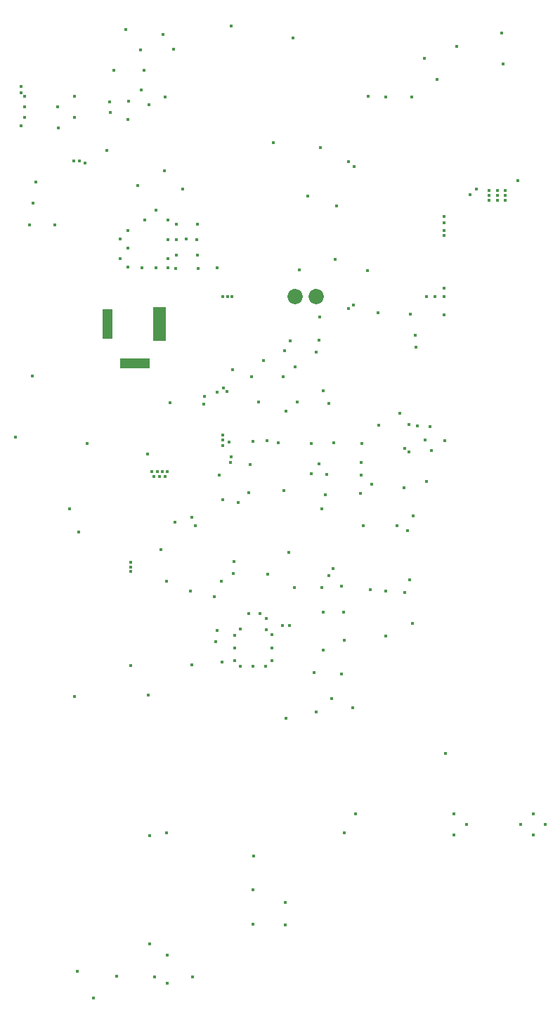
<source format=gbr>
%TF.GenerationSoftware,Altium Limited,Altium Designer,19.1.6 (110)*%
G04 Layer_Physical_Order=2*
G04 Layer_Color=36540*
%FSLAX26Y26*%
%MOIN*%
%TF.FileFunction,Copper,L2,Inr,Signal*%
%TF.Part,Single*%
G01*
G75*
%TA.AperFunction,ComponentPad*%
%ADD52R,0.139764X0.051181*%
%ADD53R,0.051181X0.139764*%
%ADD54R,0.061024X0.161417*%
%ADD55C,0.072835*%
%TA.AperFunction,ViaPad*%
%ADD57C,0.017716*%
D52*
X616772Y3508026D02*
D03*
D53*
X488819Y3697003D02*
D03*
D54*
X734882D02*
D03*
D55*
X1377795Y3824956D02*
D03*
X1477795D02*
D03*
D57*
X50000Y3160000D02*
D03*
X2090000Y1660000D02*
D03*
X1007339Y2243412D02*
D03*
X1895000Y2920000D02*
D03*
X485000Y4520000D02*
D03*
X1275000Y4555000D02*
D03*
X1656747Y4441747D02*
D03*
X1630000Y4465000D02*
D03*
X1655000Y3785000D02*
D03*
X1630000Y3770000D02*
D03*
X130000Y3450000D02*
D03*
X880000Y2430000D02*
D03*
X739827Y2624653D02*
D03*
X350000Y2710000D02*
D03*
X1510000Y2150000D02*
D03*
Y2330000D02*
D03*
X332795Y4674956D02*
D03*
Y4774956D02*
D03*
X392825Y3129825D02*
D03*
X1922244Y2481299D02*
D03*
X1742662Y2936083D02*
D03*
X2001000Y2948000D02*
D03*
X1958870Y3211811D02*
D03*
X1510000Y3378000D02*
D03*
X1035497Y2862503D02*
D03*
X1936000Y2274000D02*
D03*
X886811Y2779528D02*
D03*
X2433701Y4374168D02*
D03*
X1916455Y3220000D02*
D03*
X1939000Y2787000D02*
D03*
X1910016Y2715425D02*
D03*
X1351772Y2264370D02*
D03*
X1316339D02*
D03*
X1018346Y2978369D02*
D03*
X1070866Y3037402D02*
D03*
X1033465Y3168307D02*
D03*
Y3145669D02*
D03*
X946850Y3351378D02*
D03*
X945866Y3315945D02*
D03*
X1007874Y3372047D02*
D03*
X1037402Y3393701D02*
D03*
X1054134Y3376968D02*
D03*
X1862205Y2738189D02*
D03*
X1808071Y2216535D02*
D03*
X1734252Y2437008D02*
D03*
X1558071Y2535433D02*
D03*
X1596457Y2450787D02*
D03*
X1608899Y2328109D02*
D03*
X1610000Y2196850D02*
D03*
X1266732Y2159449D02*
D03*
X1089567Y2159941D02*
D03*
X1241142Y2298228D02*
D03*
Y2247047D02*
D03*
X1118898Y2248819D02*
D03*
X1089567Y2219488D02*
D03*
X1266732Y2221457D02*
D03*
X1178150Y2072835D02*
D03*
X1211614Y2321850D02*
D03*
X1156496Y2322835D02*
D03*
X1266732Y2100394D02*
D03*
X1239173Y2072835D02*
D03*
X1089567Y2100394D02*
D03*
X1117126Y2072835D02*
D03*
X1000984Y2189961D02*
D03*
X994095Y2403543D02*
D03*
X766732Y2476378D02*
D03*
X598425Y2522146D02*
D03*
Y2543307D02*
D03*
Y2566260D02*
D03*
X808071Y2754921D02*
D03*
X905512Y2739173D02*
D03*
X1077402Y3825940D02*
D03*
X1057717D02*
D03*
X1033110D02*
D03*
X379567Y4457829D02*
D03*
X353976Y4469641D02*
D03*
X1665984Y1373184D02*
D03*
X2191559Y1322373D02*
D03*
X2563851Y1320648D02*
D03*
X2132787Y1372853D02*
D03*
X2446307Y1320648D02*
D03*
X2506803Y1372853D02*
D03*
Y1271892D02*
D03*
X2132787D02*
D03*
X1992756Y4954877D02*
D03*
X76417Y4636963D02*
D03*
X93740Y4674956D02*
D03*
Y4724956D02*
D03*
X77402Y4822003D02*
D03*
Y4793459D02*
D03*
X95906Y4774956D02*
D03*
X497677Y4750152D02*
D03*
X499646Y4698971D02*
D03*
X252008Y4724956D02*
D03*
X328386Y4469641D02*
D03*
X756535Y4422396D02*
D03*
X547874Y4097593D02*
D03*
Y4007042D02*
D03*
X584291Y4137948D02*
D03*
Y3966310D02*
D03*
Y4056861D02*
D03*
X651221Y3961767D02*
D03*
X773268Y4006058D02*
D03*
X719134Y3961767D02*
D03*
X773268D02*
D03*
X665984Y4187160D02*
D03*
X719134Y4235389D02*
D03*
X773268Y4187160D02*
D03*
Y4096609D02*
D03*
X814606D02*
D03*
X859882Y4097593D02*
D03*
X912047Y4096609D02*
D03*
X812638Y3959798D02*
D03*
X1006535Y3961767D02*
D03*
X916968Y3959798D02*
D03*
X813622Y4020822D02*
D03*
X914016D02*
D03*
X813622Y4169444D02*
D03*
X915984Y4168459D02*
D03*
X1574023Y4256049D02*
D03*
X2084291Y4203892D02*
D03*
Y3824956D02*
D03*
X2041968D02*
D03*
X2084291Y4175349D02*
D03*
X2238819Y4333814D02*
D03*
X2208307Y4310192D02*
D03*
X2336535Y4306137D02*
D03*
X2296890Y4329877D02*
D03*
X2336260D02*
D03*
X2375630D02*
D03*
Y4282633D02*
D03*
X2336260D02*
D03*
X2296890D02*
D03*
Y4306255D02*
D03*
X2375630D02*
D03*
X255551Y4627121D02*
D03*
X2000630Y3824956D02*
D03*
X2085276Y3864326D02*
D03*
X2084291Y4138932D02*
D03*
Y4114326D02*
D03*
X587244Y4751137D02*
D03*
X584291Y4665507D02*
D03*
X1536417Y3319882D02*
D03*
X1388780Y3324803D02*
D03*
X1334646Y3282480D02*
D03*
X1033465Y3119095D02*
D03*
X308071Y2817913D02*
D03*
X1503937Y2443898D02*
D03*
X1897638Y2422244D02*
D03*
X1994094Y3144685D02*
D03*
X1898622Y3105315D02*
D03*
X1916339Y3087598D02*
D03*
X1062992Y3136811D02*
D03*
X1179134Y3138780D02*
D03*
X1243110Y3142716D02*
D03*
X1298228Y3132874D02*
D03*
X1453740Y3129921D02*
D03*
X1561024Y3131890D02*
D03*
X1692913Y3127953D02*
D03*
X1689961Y3037402D02*
D03*
X1490158Y3033465D02*
D03*
X1165354Y3028543D02*
D03*
X1159449Y2895669D02*
D03*
X1107284Y2849409D02*
D03*
X1322835Y2904528D02*
D03*
X1454724Y2984252D02*
D03*
X1528543Y2981299D02*
D03*
X1689961Y2980315D02*
D03*
X1687992Y2893701D02*
D03*
X1700787Y2738189D02*
D03*
X1522638Y2885827D02*
D03*
X1504921Y2819882D02*
D03*
X1347441Y2612205D02*
D03*
X1086614Y2568898D02*
D03*
X1027559Y2476378D02*
D03*
X1083661Y2510827D02*
D03*
X1247047Y2507874D02*
D03*
X1375984Y2445866D02*
D03*
X1537402Y2502953D02*
D03*
X1809055Y2427165D02*
D03*
X677165Y3077756D02*
D03*
X2023622Y3095472D02*
D03*
X2088583Y3143701D02*
D03*
X2018701Y3209646D02*
D03*
X1773622Y3214567D02*
D03*
X1874016Y3273622D02*
D03*
X1946850Y3640748D02*
D03*
X1496063Y3729331D02*
D03*
X1492126Y3620079D02*
D03*
X236220Y4165354D02*
D03*
X147638Y4368110D02*
D03*
X631890Y4351378D02*
D03*
X843504Y4336614D02*
D03*
X643701Y4995079D02*
D03*
X683071Y4736221D02*
D03*
X518701Y4898622D02*
D03*
X1499016Y4531496D02*
D03*
X1438976Y4303150D02*
D03*
X2366142Y4928150D02*
D03*
X2356299Y5073819D02*
D03*
X1032480Y2091535D02*
D03*
X1468504Y2041339D02*
D03*
X1599409Y2034449D02*
D03*
X1651575Y1875000D02*
D03*
X1476378Y1856299D02*
D03*
X1333661Y1826772D02*
D03*
X1612205Y1283465D02*
D03*
X1332677Y952756D02*
D03*
X1180118Y1173228D02*
D03*
X687008Y1269685D02*
D03*
X767716Y1281496D02*
D03*
X688976Y754921D02*
D03*
X891732Y599409D02*
D03*
X709646Y597441D02*
D03*
X531496Y603346D02*
D03*
X344488Y625984D02*
D03*
X421260Y500000D02*
D03*
X771654Y701772D02*
D03*
X772638Y568898D02*
D03*
X1179134Y847441D02*
D03*
X1331693Y846457D02*
D03*
X1176181Y1012795D02*
D03*
X332677Y1929134D02*
D03*
X680118Y1937008D02*
D03*
X1551181Y1918307D02*
D03*
X1073819Y3064961D02*
D03*
X783465Y3322835D02*
D03*
X1079724Y3480315D02*
D03*
X1204724Y3325787D02*
D03*
X1171260Y3443898D02*
D03*
X1226378Y3523622D02*
D03*
X1319882Y3444882D02*
D03*
X1377953Y3492126D02*
D03*
X1327756Y3567913D02*
D03*
X1353347Y3616142D02*
D03*
X1476378Y3561024D02*
D03*
X1770669Y3750000D02*
D03*
X1950787Y3586614D02*
D03*
X2085630Y3738189D02*
D03*
X1925197Y3741142D02*
D03*
X1720472Y3949803D02*
D03*
X1397638Y3953740D02*
D03*
X1568000Y4003000D02*
D03*
X118110Y4165354D02*
D03*
X134843Y4269685D02*
D03*
X762795Y4771654D02*
D03*
X646654Y4805118D02*
D03*
X662402Y4899606D02*
D03*
X802165Y4999016D02*
D03*
X750000Y5068898D02*
D03*
X575787Y5092520D02*
D03*
X1072835Y5108268D02*
D03*
X1368110Y5053150D02*
D03*
X1724409Y4774606D02*
D03*
X1807087Y4773622D02*
D03*
X1930118Y4772638D02*
D03*
X2052165Y4855315D02*
D03*
X2145669Y5010827D02*
D03*
X696850Y2994095D02*
D03*
X723425D02*
D03*
X748032D02*
D03*
X771654D02*
D03*
X708661Y2972441D02*
D03*
X735236D02*
D03*
X759842D02*
D03*
X598425Y2076772D02*
D03*
X886811Y2079724D02*
D03*
%TF.MD5,3f86b7a304c7fef298e84153d6a21d91*%
M02*

</source>
